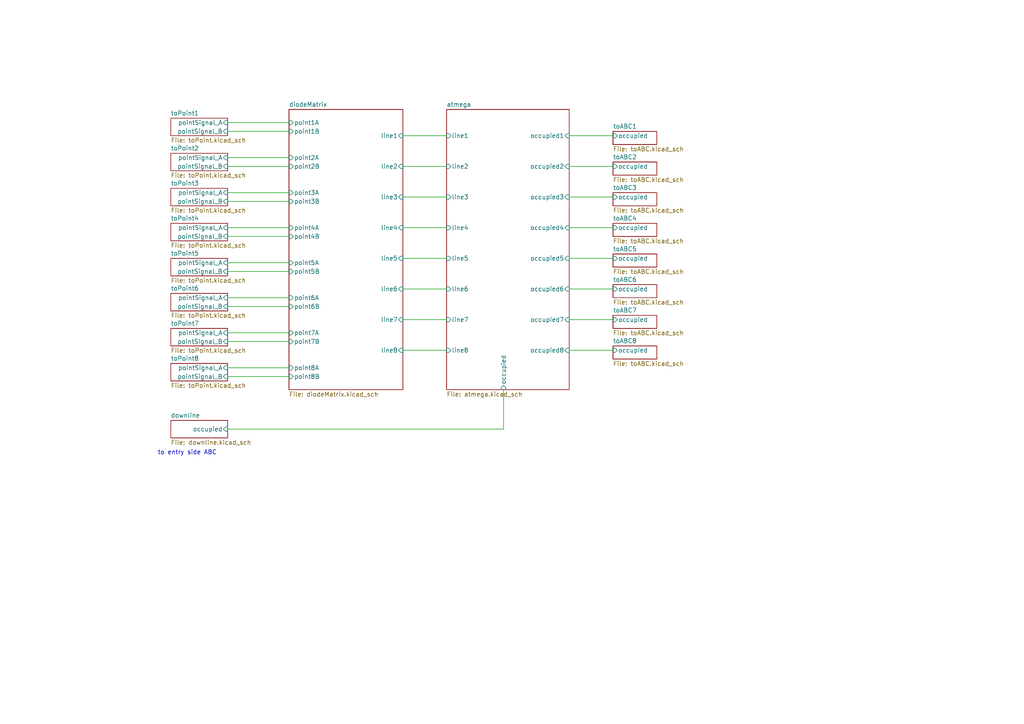
<source format=kicad_sch>
(kicad_sch (version 20230121) (generator eeschema)
  (paper "A4")
  (lib_symbols)
  (wire (pts (xy 165.1 57.15) (xy 177.8 57.15)))
  (wire (pts (xy 66.04 86.36) (xy 83.82 86.36)))
  (wire (pts (xy 116.84 39.37) (xy 129.54 39.37)))
  (wire (pts (xy 116.84 92.71) (xy 129.54 92.71)))
  (wire (pts (xy 66.04 45.72) (xy 83.82 45.72)))
  (wire (pts (xy 66.04 35.56) (xy 83.82 35.56)))
  (wire (pts (xy 66.04 109.22) (xy 83.82 109.22)))
  (wire (pts (xy 66.04 66.04) (xy 83.82 66.04)))
  (wire (pts (xy 66.04 124.46) (xy 146.05 124.46)))
  (wire (pts (xy 146.05 124.46) (xy 146.05 113.03)))
  (wire (pts (xy 66.04 88.9) (xy 83.82 88.9)))
  (wire (pts (xy 165.1 66.04) (xy 177.8 66.04)))
  (wire (pts (xy 116.84 66.04) (xy 129.54 66.04)))
  (wire (pts (xy 66.04 106.68) (xy 83.82 106.68)))
  (wire (pts (xy 116.84 83.82) (xy 129.54 83.82)))
  (wire (pts (xy 66.04 68.58) (xy 83.82 68.58)))
  (wire (pts (xy 66.04 58.42) (xy 83.82 58.42)))
  (wire (pts (xy 66.04 38.1) (xy 83.82 38.1)))
  (wire (pts (xy 116.84 57.15) (xy 129.54 57.15)))
  (wire (pts (xy 66.04 48.26) (xy 83.82 48.26)))
  (wire (pts (xy 116.84 74.93) (xy 129.54 74.93)))
  (wire (pts (xy 66.04 55.88) (xy 83.82 55.88)))
  (wire (pts (xy 165.1 48.26) (xy 177.8 48.26)))
  (wire (pts (xy 66.04 76.2) (xy 83.82 76.2)))
  (wire (pts (xy 116.84 48.26) (xy 129.54 48.26)))
  (wire (pts (xy 66.04 99.06) (xy 83.82 99.06)))
  (wire (pts (xy 165.1 39.37) (xy 177.8 39.37)))
  (wire (pts (xy 116.84 101.6) (xy 129.54 101.6)))
  (wire (pts (xy 66.04 96.52) (xy 83.82 96.52)))
  (wire (pts (xy 66.04 78.74) (xy 83.82 78.74)))
  (wire (pts (xy 165.1 92.71) (xy 177.8 92.71)))
  (wire (pts (xy 165.1 101.6) (xy 177.8 101.6)))
  (wire (pts (xy 165.1 74.93) (xy 177.8 74.93)))
  (wire (pts (xy 165.1 83.82) (xy 177.8 83.82)))
  (text "to entry side ABC" (at 45.72 132.08 0) (effects (font (size 1.27 1.27)) (justify left bottom)))
  (sheet (at 177.8 73.66) (size 12.7 3.81) (stroke (width 0.1524))
    (property "Sheetname" "toABC5" (at 177.8 72.9484 0) (effects (justify left bottom)))
    (property "Sheetfile" "toABC.kicad_sch" (at 177.8 78.0546 0) (effects (justify left top)))
    (pin "occupied" input (at 177.8 74.93 180))
  )
  (sheet (at 177.8 91.44) (size 12.7 3.81) (stroke (width 0.1524))
    (property "Sheetname" "toABC7" (at 177.8 90.7284 0) (effects (justify left bottom)))
    (property "Sheetfile" "toABC.kicad_sch" (at 177.8 95.8346 0) (effects (justify left top)))
    (pin "occupied" input (at 177.8 92.71 180))
  )
  (sheet (at 49.53 74.93) (size 16.51 5.08) (stroke (width 0.1524))
    (property "Sheetname" "toPoint5" (at 49.53 74.2184 0) (effects (justify left bottom)))
    (property "Sheetfile" "toPoint.kicad_sch" (at 49.53 80.5946 0) (effects (justify left top)))
    (pin "pointSignal_A" input (at 66.04 76.2 0))
    (pin "pointSignal_B" input (at 66.04 78.74 0))
  )
  (sheet (at 49.53 121.92) (size 16.51 5.08) (stroke (width 0.1524))
    (property "Sheetname" "downline" (at 49.53 121.2084 0) (effects (justify left bottom)))
    (property "Sheetfile" "downline.kicad_sch" (at 49.53 127.5846 0) (effects (justify left top)))
    (pin "occupied" input (at 66.04 124.46 0))
  )
  (sheet (at 129.54 31.75) (size 35.56 81.28) (stroke (width 0.1524))
    (property "Sheetname" "atmega" (at 129.54 31.0384 0) (effects (justify left bottom)))
    (property "Sheetfile" "atmega.kicad_sch" (at 129.54 113.6146 0) (effects (justify left top)))
    (pin "occupied1" input (at 165.1 39.37 0))
    (pin "occupied2" input (at 165.1 48.26 0))
    (pin "occupied3" input (at 165.1 57.15 0))
    (pin "occupied4" input (at 165.1 66.04 0))
    (pin "occupied5" input (at 165.1 74.93 0))
    (pin "occupied6" input (at 165.1 83.82 0))
    (pin "occupied7" input (at 165.1 92.71 0))
    (pin "occupied8" input (at 165.1 101.6 0))
    (pin "line4" input (at 129.54 66.04 180))
    (pin "line1" input (at 129.54 39.37 180))
    (pin "line6" input (at 129.54 83.82 180))
    (pin "line2" input (at 129.54 48.26 180))
    (pin "line3" input (at 129.54 57.15 180))
    (pin "line5" input (at 129.54 74.93 180))
    (pin "line7" input (at 129.54 92.71 180))
    (pin "line8" input (at 129.54 101.6 180))
    (pin "occupied" input (at 146.05 113.03 270))
  )
  (sheet (at 49.53 54.61) (size 16.51 5.08) (stroke (width 0.1524))
    (property "Sheetname" "toPoint3" (at 49.53 53.8984 0) (effects (justify left bottom)))
    (property "Sheetfile" "toPoint.kicad_sch" (at 49.53 60.2746 0) (effects (justify left top)))
    (pin "pointSignal_A" input (at 66.04 55.88 0))
    (pin "pointSignal_B" input (at 66.04 58.42 0))
  )
  (sheet (at 49.53 85.09) (size 16.51 5.08) (stroke (width 0.1524))
    (property "Sheetname" "toPoint6" (at 49.53 84.3784 0) (effects (justify left bottom)))
    (property "Sheetfile" "toPoint.kicad_sch" (at 49.53 90.7546 0) (effects (justify left top)))
    (pin "pointSignal_A" input (at 66.04 86.36 0))
    (pin "pointSignal_B" input (at 66.04 88.9 0))
  )
  (sheet (at 177.8 46.99) (size 12.7 3.81) (stroke (width 0.1524))
    (property "Sheetname" "toABC2" (at 177.8 46.2784 0) (effects (justify left bottom)))
    (property "Sheetfile" "toABC.kicad_sch" (at 177.8 51.3846 0) (effects (justify left top)))
    (pin "occupied" input (at 177.8 48.26 180))
  )
  (sheet (at 49.53 105.41) (size 16.51 5.08) (stroke (width 0.1524))
    (property "Sheetname" "toPoint8" (at 49.53 104.6984 0) (effects (justify left bottom)))
    (property "Sheetfile" "toPoint.kicad_sch" (at 49.53 111.0746 0) (effects (justify left top)))
    (pin "pointSignal_A" input (at 66.04 106.68 0))
    (pin "pointSignal_B" input (at 66.04 109.22 0))
  )
  (sheet (at 49.53 95.25) (size 16.51 5.08) (stroke (width 0.1524))
    (property "Sheetname" "toPoint7" (at 49.53 94.5384 0) (effects (justify left bottom)))
    (property "Sheetfile" "toPoint.kicad_sch" (at 49.53 100.9146 0) (effects (justify left top)))
    (pin "pointSignal_A" input (at 66.04 96.52 0))
    (pin "pointSignal_B" input (at 66.04 99.06 0))
  )
  (sheet (at 177.8 100.33) (size 12.7 3.81) (stroke (width 0.1524))
    (property "Sheetname" "toABC8" (at 177.8 99.6184 0) (effects (justify left bottom)))
    (property "Sheetfile" "toABC.kicad_sch" (at 177.8 104.7246 0) (effects (justify left top)))
    (pin "occupied" input (at 177.8 101.6 180))
  )
  (sheet (at 177.8 82.55) (size 12.7 3.81) (stroke (width 0.1524))
    (property "Sheetname" "toABC6" (at 177.8 81.8384 0) (effects (justify left bottom)))
    (property "Sheetfile" "toABC.kicad_sch" (at 177.8 86.9446 0) (effects (justify left top)))
    (pin "occupied" input (at 177.8 83.82 180))
  )
  (sheet (at 177.8 38.1) (size 12.7 3.81) (stroke (width 0.1524))
    (property "Sheetname" "toABC1" (at 177.8 37.3884 0) (effects (justify left bottom)))
    (property "Sheetfile" "toABC.kicad_sch" (at 177.8 42.4946 0) (effects (justify left top)))
    (pin "occupied" input (at 177.8 39.37 180))
  )
  (sheet (at 49.53 34.29) (size 16.51 5.08) (stroke (width 0.1524))
    (property "Sheetname" "toPoint1" (at 49.53 33.5784 0) (effects (justify left bottom)))
    (property "Sheetfile" "toPoint.kicad_sch" (at 49.53 39.9546 0) (effects (justify left top)))
    (pin "pointSignal_A" input (at 66.04 35.56 0))
    (pin "pointSignal_B" input (at 66.04 38.1 0))
  )
  (sheet (at 177.8 64.77) (size 12.7 3.81) (stroke (width 0.1524))
    (property "Sheetname" "toABC4" (at 177.8 64.0584 0) (effects (justify left bottom)))
    (property "Sheetfile" "toABC.kicad_sch" (at 177.8 69.1646 0) (effects (justify left top)))
    (pin "occupied" input (at 177.8 66.04 180))
  )
  (sheet (at 49.53 44.45) (size 16.51 5.08) (stroke (width 0.1524))
    (property "Sheetname" "toPoint2" (at 49.53 43.7384 0) (effects (justify left bottom)))
    (property "Sheetfile" "toPoint.kicad_sch" (at 49.53 50.1146 0) (effects (justify left top)))
    (pin "pointSignal_A" input (at 66.04 45.72 0))
    (pin "pointSignal_B" input (at 66.04 48.26 0))
  )
  (sheet (at 177.8 55.88) (size 12.7 3.81) (stroke (width 0.1524))
    (property "Sheetname" "toABC3" (at 177.8 55.1684 0) (effects (justify left bottom)))
    (property "Sheetfile" "toABC.kicad_sch" (at 177.8 60.2746 0) (effects (justify left top)))
    (pin "occupied" input (at 177.8 57.15 180))
  )
  (sheet (at 49.53 64.77) (size 16.51 5.08) (stroke (width 0.1524))
    (property "Sheetname" "toPoint4" (at 49.53 64.0584 0) (effects (justify left bottom)))
    (property "Sheetfile" "toPoint.kicad_sch" (at 49.53 70.4346 0) (effects (justify left top)))
    (pin "pointSignal_A" input (at 66.04 66.04 0))
    (pin "pointSignal_B" input (at 66.04 68.58 0))
  )
  (sheet (at 83.82 31.75) (size 33.02 81.28) (stroke (width 0.1524))
    (property "Sheetname" "diodeMatrix" (at 83.82 31.0384 0) (effects (justify left bottom)))
    (property "Sheetfile" "diodeMatrix.kicad_sch" (at 83.82 113.6146 0) (effects (justify left top)))
    (pin "line1" input (at 116.84 39.37 0))
    (pin "line2" input (at 116.84 48.26 0))
    (pin "line3" input (at 116.84 57.15 0))
    (pin "line4" input (at 116.84 66.04 0))
    (pin "line5" input (at 116.84 74.93 0))
    (pin "line6" input (at 116.84 83.82 0))
    (pin "line7" input (at 116.84 92.71 0))
    (pin "line8" input (at 116.84 101.6 0))
    (pin "point5A" input (at 83.82 76.2 180))
    (pin "point7A" input (at 83.82 96.52 180))
    (pin "point8A" input (at 83.82 106.68 180))
    (pin "point8B" input (at 83.82 109.22 180))
    (pin "point6B" input (at 83.82 88.9 180))
    (pin "point7B" input (at 83.82 99.06 180))
    (pin "point6A" input (at 83.82 86.36 180))
    (pin "point5B" input (at 83.82 78.74 180))
    (pin "point4A" input (at 83.82 66.04 180))
    (pin "point3A" input (at 83.82 55.88 180))
    (pin "point4B" input (at 83.82 68.58 180))
    (pin "point1B" input (at 83.82 38.1 180))
    (pin "point3B" input (at 83.82 58.42 180))
    (pin "point1A" input (at 83.82 35.56 180))
    (pin "point2A" input (at 83.82 45.72 180))
    (pin "point2B" input (at 83.82 48.26 180))
  )
)
</source>
